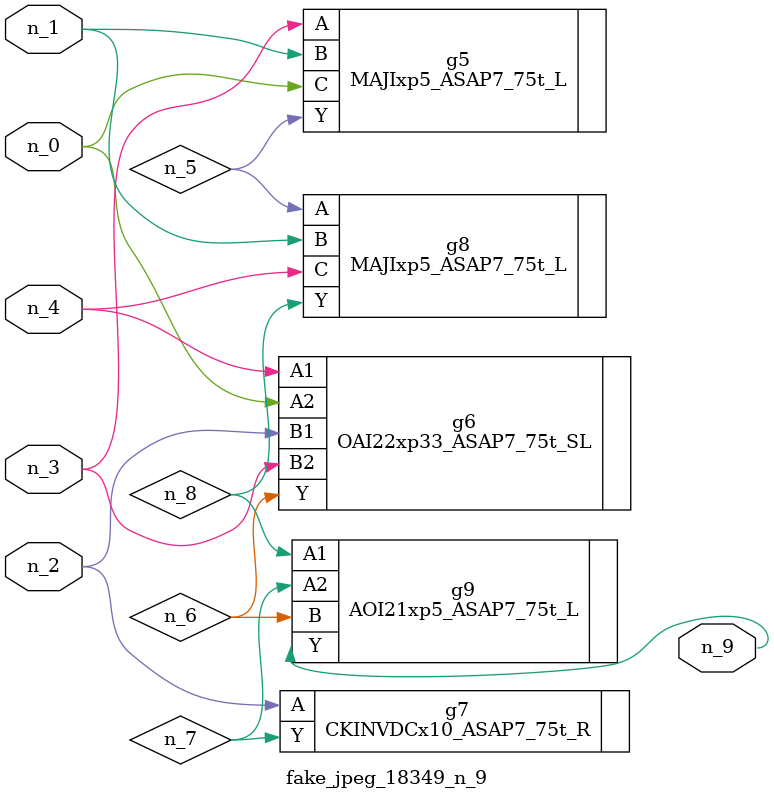
<source format=v>
module fake_jpeg_18349_n_9 (n_3, n_2, n_1, n_0, n_4, n_9);

input n_3;
input n_2;
input n_1;
input n_0;
input n_4;

output n_9;

wire n_8;
wire n_6;
wire n_5;
wire n_7;

MAJIxp5_ASAP7_75t_L g5 ( 
.A(n_3),
.B(n_1),
.C(n_0),
.Y(n_5)
);

OAI22xp33_ASAP7_75t_SL g6 ( 
.A1(n_4),
.A2(n_0),
.B1(n_2),
.B2(n_3),
.Y(n_6)
);

CKINVDCx10_ASAP7_75t_R g7 ( 
.A(n_2),
.Y(n_7)
);

MAJIxp5_ASAP7_75t_L g8 ( 
.A(n_5),
.B(n_1),
.C(n_4),
.Y(n_8)
);

AOI21xp5_ASAP7_75t_L g9 ( 
.A1(n_8),
.A2(n_7),
.B(n_6),
.Y(n_9)
);


endmodule
</source>
